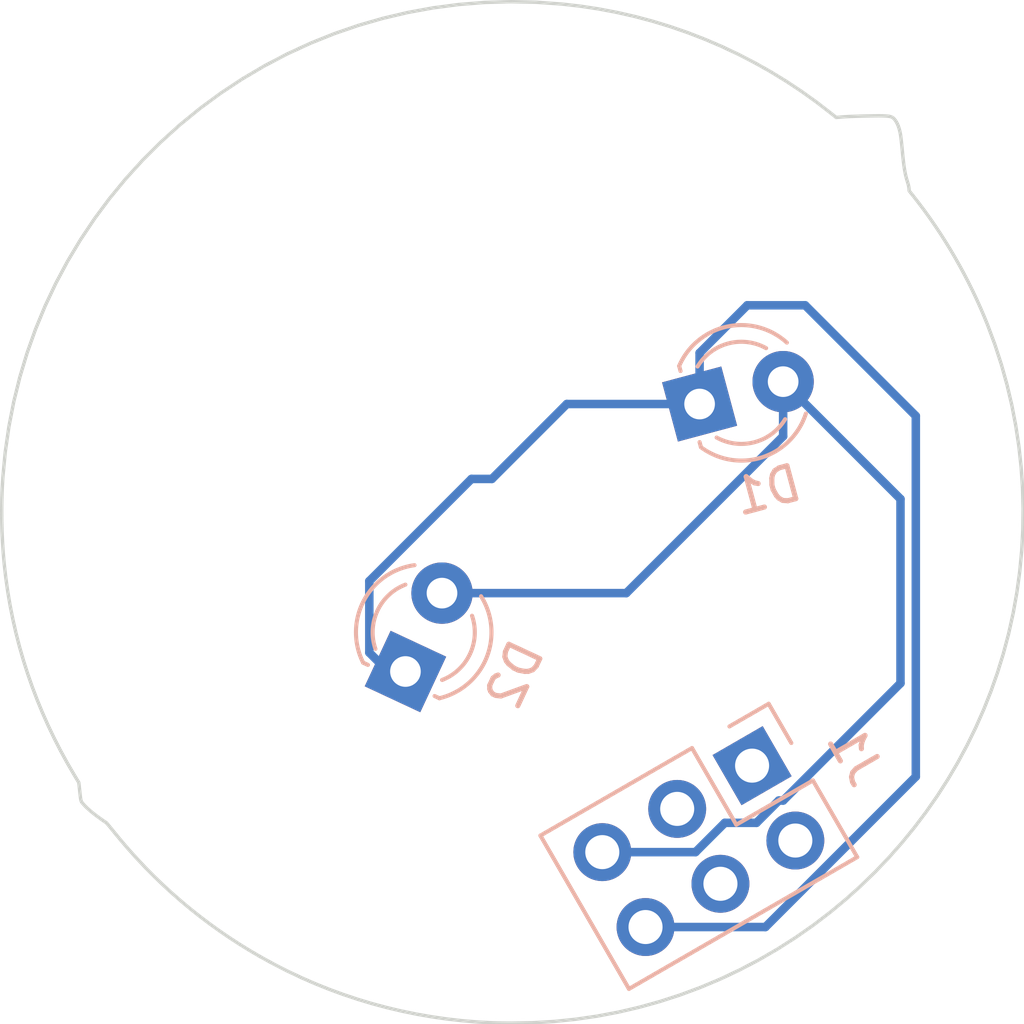
<source format=kicad_pcb>
(kicad_pcb (version 20241229) (generator "pcbnew") (generator_version "9.0")
  (layers (0 "F.Cu" signal) (2 "B.Cu" signal) (13 "F.Paste" user) (15 "B.Paste" user) (5 "F.SilkS" user "F.Silkscreen") (7 "B.SilkS" user "B.Silkscreen") (1 "F.Mask" user) (3 "B.Mask" user) (25 "Edge.Cuts" user))
  (net 0 "")
  (net 1 "GND")
  (net 2 "+3.3V")
  (footprint "CactusCon_2025_CNet_SAO:Cnet_Logo_30x30" (layer "F.Cu") (at 150 100)
    (property "Reference" "G***" (hide yes))
    (property "Value" "LOGO" (hide yes))
    (fp_poly (pts (xy 1.1 -15.1) (xy 1.867114 -15.045512) (xy 2.405681 -14.983625) (xy 2.94085 -14.902171) (xy 3.472067 -14.801376) (xy 3.998772 -14.681468) (xy 4.520408 -14.542672) (xy 5.036419 -14.385215) (xy 5.546247 -14.209325) (xy 6.049335 -14.015226) (xy 6.545125 -13.803147) (xy 7.03306 -13.573314) (xy 7.512583 -13.325954) (xy 7.983137 -13.061292) (xy 8.444163 -12.779556) (xy 8.895105 -12.480972) (xy 9.335406 -12.165767) (xy 9.764508 -11.834168) (xy 9.911901 -11.715882) (xy 10.084508 -11.731352) (xy 10.186216 -11.738394) (xy 10.326125 -11.745229) (xy 10.671211 -11.756954) (xy 11.021098 -11.763879) (xy 11.167007 -11.764715) (xy 11.277116 -11.763357) (xy 11.349161 -11.760566) (xy 11.380475 -11.758714) (xy 11.40894 -11.756485) (xy 11.43477 -11.753826) (xy 11.458184 -11.750681) (xy 11.479397 -11.746996) (xy 11.498626 -11.742718) (xy 11.516087 -11.737792) (xy 11.531997 -11.732163) (xy 11.546572 -11.725778) (xy 11.560029 -11.718581) (xy 11.572584 -11.710519) (xy 11.584454 -11.701538) (xy 11.595855 -11.691583) (xy 11.607003 -11.680599) (xy 11.623857 -11.662033) (xy 11.640102 -11.641957) (xy 11.655734 -11.620383) (xy 11.670747 -11.597321) (xy 11.685138 -11.572785) (xy 11.698902 -11.546786) (xy 11.712032 -11.519335) (xy 11.724526 -11.490444) (xy 11.736377 -11.460125) (xy 11.747582 -11.428389) (xy 11.758134 -11.395248) (xy 11.768031 -11.360714) (xy 11.777265 -11.324798) (xy 11.785834 -11.287512) (xy 11.793732 -11.248868) (xy 11.800954 -11.208877) (xy 11.805741 -11.177483) (xy 11.81141 -11.135076) (xy 11.824555 -11.024689) (xy 11.838707 -10.892646) (xy 11.852183 -10.753877) (xy 11.868877 -10.580251) (xy 11.885132 -10.430271) (xy 11.901592 -10.300088) (xy 11.918899 -10.185852) (xy 11.937695 -10.083712) (xy 11.958621 -9.98982) (xy 11.982321 -9.900326) (xy 12.009437 -9.811379) (xy 12.016911 -9.787162) (xy 12.023959 -9.762264) (xy 12.030451 -9.737271) (xy 12.036253 -9.712768) (xy 12.041235 -9.689341) (xy 12.045264 -9.667577) (xy 12.048209 -9.648061) (xy 12.049937 -9.631379) (xy 12.054937 -9.561379) (xy 12.18192 -9.401379) (xy 12.347242 -9.188893) (xy 12.509175 -8.972358) (xy 12.667605 -8.751969) (xy 12.822421 -8.527918) (xy 12.973512 -8.300402) (xy 13.120765 -8.069615) (xy 13.264067 -7.83575) (xy 13.403308 -7.599003) (xy 13.538374 -7.359568) (xy 13.669155 -7.11764) (xy 13.795537 -6.873412) (xy 13.917409 -6.62708) (xy 14.034659 -6.378838) (xy 14.147174 -6.12888) (xy 14.254844 -5.877401) (xy 14.357555 -5.624595) (xy 14.572317 -5.046294) (xy 14.762482 -4.460439) (xy 14.928008 -3.867916) (xy 15.068852 -3.269611) (xy 15.184972 -2.66641) (xy 15.276325 -2.059199) (xy 15.34287 -1.448863) (xy 15.384564 -0.836288) (xy 15.401366 -0.22236) (xy 15.393231 0.392036) (xy 15.36012 1.006013) (xy 15.301988 1.618686) (xy 15.218795 2.229169) (xy 15.110497 2.836577) (xy 14.977053 3.440023) (xy 14.81842 4.038622) (xy 14.64732 4.592862) (xy 14.455059 5.138948) (xy 14.242013 5.676319) (xy 14.008555 6.204414) (xy 13.755062 6.72267) (xy 13.48191 7.230526) (xy 13.189473 7.727422) (xy 12.878128 8.212796) (xy 12.548249 8.686086) (xy 12.200213 9.146731) (xy 11.834394 9.594169) (xy 11.451169 10.02784) (xy 11.050912 10.447181) (xy 10.634 10.851632) (xy 10.200807 11.240631) (xy 9.75171 11.613617) (xy 9.243681 12.001808) (xy 8.721499 12.36673) (xy 8.185934 12.708114) (xy 7.637759 13.025692) (xy 7.077747 13.319195) (xy 6.506668 13.588354) (xy 5.925296 13.832901) (xy 5.334402 14.052567) (xy 4.734759 14.247083) (xy 4.127137 14.416182) (xy 3.51231 14.559594) (xy 2.89105 14.677051) (xy 2.264128 14.768284) (xy 1.632316 14.833024) (xy 0.996387 14.871004) (xy 0.357113 14.881954) (xy 0.209711 14.880796) (xy 0.059707 14.878678) (xy -0.075344 14.875898) (xy -0.177887 14.872755) (xy -0.177885 14.87277) (xy -0.630487 14.848067) (xy -1.080594 14.810197) (xy -1.527996 14.759219) (xy -1.972484 14.695192) (xy -2.413848 14.618177) (xy -2.851881 14.528233) (xy -3.286371 14.42542) (xy -3.717111 14.309796) (xy -4.143891 14.181422) (xy -4.566501 14.040356) (xy -4.984732 13.88666) (xy -5.398376 13.720391) (xy -5.807222 13.54161) (xy -6.211062 13.350376) (xy -6.609686 13.146749) (xy -7.002886 12.930788) (xy -7.311783 12.750201) (xy -7.615692 12.562751) (xy -7.914571 12.368473) (xy -8.208379 12.167401) (xy -8.497076 11.95957) (xy -8.78062 11.745015) (xy -9.058972 11.523771) (xy -9.33209 11.295872) (xy -9.599934 11.061355) (xy -9.862462 10.820253) (xy -10.119634 10.572601) (xy -10.371409 10.318435) (xy -10.617746 10.057789) (xy -10.858605 9.790697) (xy -11.093944 9.517196) (xy -11.323724 9.23732) (xy -11.399871 9.143226) (xy -11.464156 9.065414) (xy -11.509809 9.011965) (xy -11.523532 8.996903) (xy -11.527748 8.992729) (xy -11.530058 8.990963) (xy -11.536997 8.987362) (xy -11.548438 8.980363) (xy -11.582731 8.95767) (xy -11.628745 8.925879) (xy -11.682286 8.887986) (xy -11.739164 8.846985) (xy -11.795184 8.805872) (xy -11.846156 8.767644) (xy -11.887886 8.735294) (xy -11.939407 8.693777) (xy -11.98647 8.654714) (xy -12.029483 8.617733) (xy -12.068852 8.582462) (xy -12.104981 8.548529) (xy -12.138278 8.515561) (xy -12.16915 8.483187) (xy -12.198001 8.451032) (xy -12.223545 8.42169) (xy -12.233852 8.409118) (xy -12.238471 8.403042) (xy -12.242765 8.396986) (xy -12.246757 8.39086) (xy -12.250471 8.384573) (xy -12.253931 8.378037) (xy -12.257158 8.371161) (xy -12.260178 8.363854) (xy -12.263012 8.356027) (xy -12.265686 8.347591) (xy -12.268221 8.338454) (xy -12.270642 8.328527) (xy -12.272972 8.31772) (xy -12.275234 8.305943) (xy -12.277452 8.293106) (xy -12.279649 8.279119) (xy -12.281849 8.263892) (xy -12.286349 8.229358) (xy -12.291139 8.188784) (xy -12.296408 8.14145) (xy -12.309127 8.023622) (xy -12.331268 7.818622) (xy -12.463251 7.598623) (xy -12.67179 7.240021) (xy -12.869931 6.876817) (xy -13.057622 6.509172) (xy -13.234808 6.137245) (xy -13.401437 5.761198) (xy -13.557455 5.38119) (xy -13.702809 4.997383) (xy -13.837445 4.609936) (xy -13.961311 4.219012) (xy -14.074353 3.824769) (xy -14.176517 3.427368) (xy -14.26775 3.026971) (xy -14.347999 2.623737) (xy -14.417211 2.217828) (xy -14.475333 1.809402) (xy -14.52231 1.398622) (xy -14.550013 1.087265) (xy -14.571301 0.769664) (xy -14.586139 0.447973) (xy -14.594495 0.124348) (xy -14.596334 -0.199054) (xy -14.591622 -0.52008) (xy -14.580326 -0.836573) (xy -14.56241 -1.146378) (xy -14.491658 -1.896815) (xy -14.384572 -2.638379) (xy -14.241683 -3.370012) (xy -14.063522 -4.090654) (xy -13.85062 -4.799247) (xy -13.603511 -5.494731) (xy -13.322724 -6.176048) (xy -13.008792 -6.842138) (xy -12.662246 -7.491943) (xy -12.283618 -8.124403) (xy -11.873439 -8.738459) (xy -11.432241 -9.333053) (xy -10.960555 -9.907125) (xy -10.458912 -10.459617) (xy -9.927846 -10.989469) (xy -9.367886 -11.495623) (xy -8.775319 -11.979725) (xy -8.162178 -12.430746) (xy -7.529738 -12.848282) (xy -6.879276 -13.231929) (xy -6.21207 -13.581284) (xy -5.529397 -13.895943) (xy -4.832532 -14.175503) (xy -4.122755 -14.419561) (xy -3.401341 -14.627713) (xy -2.669567 -14.799555) (xy -1.928711 -14.934684) (xy -1.180049 -15.032696) (xy -0.424859 -15.093189) (xy 0.335583 -15.115758)) (stroke (width 0.1)) (fill no) (layer "Edge.Cuts"))
  )
  (footprint "LED_THT:LED_D3.0mm" (layer "B.Cu") (at 147.261162 104.555543 65)
    (property "Reference" "D2" (at 1.27 2.96 65) (layer "B.SilkS") (effects (justify mirror)))
    (property "Value" "LED")
    (fp_line (start -0.290001 -1.08) (end -0.29 -1.236) (stroke (width 0.12)) (layer "B.SilkS"))
    (fp_line (start -0.29 1.236) (end -0.29 1.08) (stroke (width 0.12)) (layer "B.SilkS"))
    (fp_arc (start -0.29 -1.235516) (mid 1.366488 -1.987659) (end 2.942336 -1.078608) (stroke (width 0.12)) (layer "B.SilkS"))
    (fp_arc (start 0.22904 -1.08) (mid 1.270117 -1.5) (end 2.31113 -1.079837) (stroke (width 0.12)) (layer "B.SilkS"))
    (fp_arc (start 2.31113 1.079837) (mid 1.270117 1.5) (end 0.229039 1.08) (stroke (width 0.12)) (layer "B.SilkS"))
    (fp_arc (start 2.942335 1.078608) (mid 1.366487 1.987659) (end -0.29 1.235516) (stroke (width 0.12)) (layer "B.SilkS"))
    (pad "1" thru_hole rect (at 0 0 65) (size 1.8 1.8) (drill 0.9) (layers "*.Cu" "*.Mask") (net 1 "GND"))
    (pad "2" thru_hole circle (at 2.54 0 65) (size 1.8 1.8) (drill 0.9) (layers "*.Cu" "*.Mask") (net 2 "+3.3V"))
  )
  (footprint "LED_THT:LED_D3.0mm" (layer "B.Cu") (at 155.9 96.7 15)
    (property "Reference" "D1" (at 1.27 2.96 15) (layer "B.SilkS") (effects (justify mirror)))
    (property "Value" "LED")
    (fp_line (start -0.29 -1.08) (end -0.29 -1.236) (stroke (width 0.12)) (layer "B.SilkS"))
    (fp_line (start -0.29 1.236) (end -0.29 1.08) (stroke (width 0.12)) (layer "B.SilkS"))
    (fp_arc (start -0.29 -1.235516) (mid 1.366487 -1.987659) (end 2.942335 -1.078608) (stroke (width 0.12)) (layer "B.SilkS"))
    (fp_arc (start 0.229039 -1.08) (mid 1.270117 -1.5) (end 2.31113 -1.079837) (stroke (width 0.12)) (layer "B.SilkS"))
    (fp_arc (start 2.31113 1.079837) (mid 1.270117 1.5) (end 0.229039 1.08) (stroke (width 0.12)) (layer "B.SilkS"))
    (fp_arc (start 2.942335 1.078608) (mid 1.366487 1.987659) (end -0.29 1.235516) (stroke (width 0.12)) (layer "B.SilkS"))
    (pad "1" thru_hole rect (at 0 0 15) (size 1.8 1.8) (drill 0.9) (layers "*.Cu" "*.Mask") (net 1 "GND"))
    (pad "2" thru_hole circle (at 2.54 0 15) (size 1.8 1.8) (drill 0.9) (layers "*.Cu" "*.Mask") (net 2 "+3.3V"))
  )
  (footprint "CactusCon_2025_CNet_SAO:PinSocket_2x03_P2.54mm_Vertical_Tab" (layer "B.Cu") (at 157.441714 107.320328 120)
    (property "Reference" "J1" (at -1.27 2.77 120) (layer "B.SilkS") (effects (justify mirror)))
    (property "Value" "Conn_02x03_Top_Bottom" (hide yes))
    (fp_line (start -3.87 -6.41) (end 1.33 -6.41) (stroke (width 0.12)) (layer "B.SilkS"))
    (fp_line (start 1.33 -1.27) (end 1.33 -6.41) (stroke (width 0.12)) (layer "B.SilkS"))
    (fp_line (start -1.27 -1.27) (end 1.33 -1.27) (stroke (width 0.12)) (layer "B.SilkS"))
    (fp_line (start 1.33 1.33) (end 1.33 0) (stroke (width 0.12)) (layer "B.SilkS"))
    (fp_line (start 0 1.33) (end 1.33 1.33) (stroke (width 0.12)) (layer "B.SilkS"))
    (fp_line (start -1.27 1.33) (end -1.27 -1.27) (stroke (width 0.12)) (layer "B.SilkS"))
    (fp_line (start -3.87 1.33) (end -3.87 -6.41) (stroke (width 0.12)) (layer "B.SilkS"))
    (fp_line (start -3.87 1.33) (end -1.27 1.33) (stroke (width 0.12)) (layer "B.SilkS"))
    (fp_poly (pts (xy 3.4 -3.800001) (xy 1.9 -3.800001) (xy 3.4 -3.800001)) (stroke (width 0.12)) (fill no) (layer "B.SilkS"))
    (fp_poly (pts (xy 1.9 -1.3) (xy 3.4 -1.3) (xy 1.9 -1.3)) (stroke (width 0.12)) (fill no) (layer "B.SilkS"))
    (pad "1" thru_hole rect (at 0 0 120) (size 1.7 1.7) (drill 1) (layers "*.Cu" "*.Mask"))
    (pad "2" thru_hole oval (at -2.54 0 120) (size 1.7 1.7) (drill 1) (layers "*.Cu" "*.Mask"))
    (pad "3" thru_hole oval (at 0 -2.54 120) (size 1.7 1.7) (drill 1) (layers "*.Cu" "*.Mask"))
    (pad "4" thru_hole oval (at -2.54 -2.540001 120) (size 1.7 1.7) (drill 1) (layers "*.Cu" "*.Mask"))
    (pad "5" thru_hole oval (at 0 -5.08 120) (size 1.7 1.7) (drill 1) (layers "*.Cu" "*.Mask") (net 2 "+3.3V"))
    (pad "6" thru_hole oval (at -2.54 -5.08 120) (size 1.7 1.7) (drill 1) (layers "*.Cu" "*.Mask") (net 1 "GND"))
  )
  (segment (start 157.833415 112.060033) (end 162.25 107.643448) (width 0.25) (layer "B.Cu") (net 1))
  (segment (start 149.2 98.9) (end 146.2 101.9) (width 0.25) (layer "B.Cu") (net 1))
  (segment (start 155.9 95.2) (end 155.9 96.7) (width 0.25) (layer "B.Cu") (net 1))
  (segment (start 162.25 107.643448) (end 162.25 97.05) (width 0.25) (layer "B.Cu") (net 1))
  (segment (start 149.8 98.9) (end 149.2 98.9) (width 0.25) (layer "B.Cu") (net 1))
  (segment (start 162.25 97.05) (end 159 93.8) (width 0.25) (layer "B.Cu") (net 1))
  (segment (start 154.312305 112.060033) (end 157.833415 112.060033) (width 0.25) (layer "B.Cu") (net 1))
  (segment (start 146.755543 104.555543) (end 147.261162 104.555543) (width 0.25) (layer "B.Cu") (net 1))
  (segment (start 157.3 93.8) (end 155.9 95.2) (width 0.25) (layer "B.Cu") (net 1))
  (segment (start 152 96.7) (end 149.8 98.9) (width 0.25) (layer "B.Cu") (net 1))
  (segment (start 146.2 104) (end 146.755543 104.555543) (width 0.25) (layer "B.Cu") (net 1))
  (segment (start 159 93.8) (end 157.3 93.8) (width 0.25) (layer "B.Cu") (net 1))
  (segment (start 155.9 96.7) (end 152 96.7) (width 0.25) (layer "B.Cu") (net 1))
  (segment (start 146.2 101.9) (end 146.2 104) (width 0.25) (layer "B.Cu") (net 1))
  (segment (start 158.354967 108.345033) (end 161.8 104.9) (width 0.25) (layer "B.Cu") (net 2))
  (segment (start 161.8 99.489148) (end 158.353452 96.0426) (width 0.25) (layer "B.Cu") (net 2))
  (segment (start 158.353452 97.646548) (end 153.746479 102.253521) (width 0.25) (layer "B.Cu") (net 2))
  (segment (start 158.353452 96.0426) (end 158.353452 97.646548) (width 0.25) (layer "B.Cu") (net 2))
  (segment (start 161.8 104.9) (end 161.8 99.489148) (width 0.25) (layer "B.Cu") (net 2))
  (segment (start 155.780013 109.860328) (end 156.640341 109) (width 0.25) (layer "B.Cu") (net 2))
  (segment (start 153.746479 102.253521) (end 148.334612 102.253521) (width 0.25) (layer "B.Cu") (net 2))
  (segment (start 158.225013 108.345033) (end 158.354967 108.345033) (width 0.25) (layer "B.Cu") (net 2))
  (segment (start 156.640341 109) (end 157.570046 109) (width 0.25) (layer "B.Cu") (net 2))
  (segment (start 157.570046 109) (end 158.225013 108.345033) (width 0.25) (layer "B.Cu") (net 2))
  (segment (start 153.042305 109.860328) (end 155.780013 109.860328) (width 0.25) (layer "B.Cu") (net 2))
)
</source>
